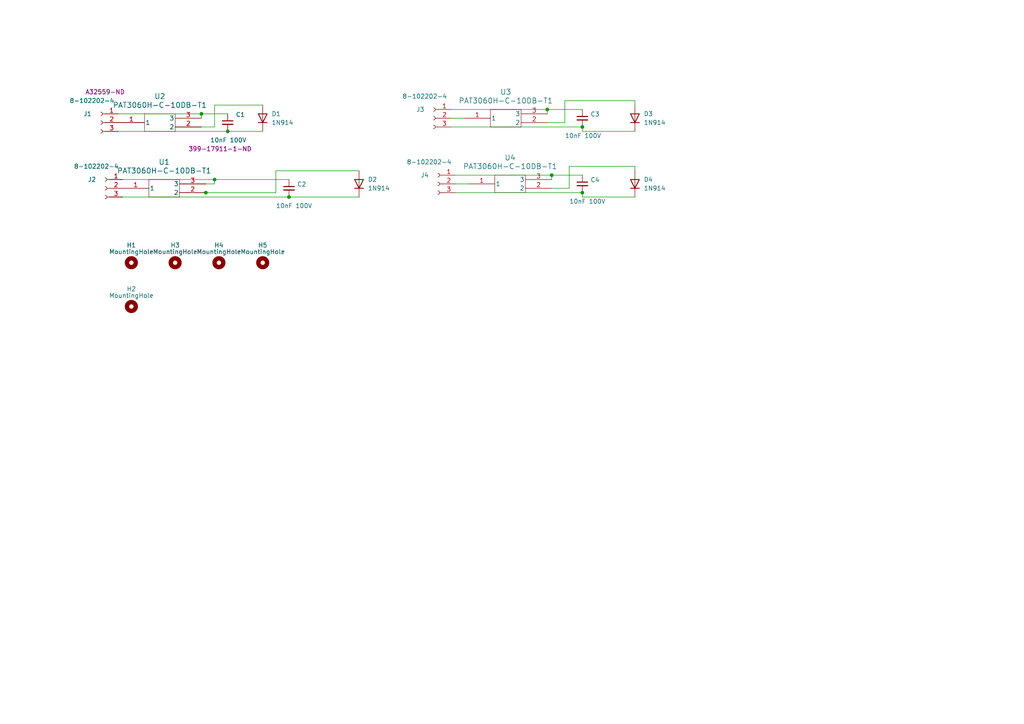
<source format=kicad_sch>
(kicad_sch (version 20230121) (generator eeschema)
  (paper "A4")
  (lib_symbols
    (symbol "2023-06-21_15-02-27:PAT3060H-C-10DB-T1" (pin_names (offset 0.254))
      (property "Reference" "U" (at 20.32 10.16 0))
      (property "Value" "PAT3060H-C-10DB-T1" (at 20.32 7.62 0))
      (symbol "PAT3060H-C-10DB-T1_0_1"
        (polyline (pts (xy 7.62 -2.54) (xy 16.51 -2.54)) (stroke (width 0.127)))
        (polyline (pts (xy 7.62 2.54) (xy 7.62 -2.54)) (stroke (width 0.127)))
        (polyline (pts (xy 16.51 -2.54) (xy 16.51 2.54)) (stroke (width 0.127)))
        (polyline (pts (xy 16.51 2.54) (xy 7.62 2.54)) (stroke (width 0.127)))
        (pin unspecified line (at 0 0 0) (length 7.62) (name "1") (number "1"))
        (pin unspecified line (at 24.13 -1.27 180) (length 7.62) (name "2") (number "2"))
        (pin unspecified line (at 24.13 1.27 180) (length 7.62) (name "3") (number "3"))
      )
    )
    (symbol "Connector:Conn_01x03_Female" (pin_names (offset 1.016) hide)
      (property "Reference" "J" (at 0 5.08 0))
      (property "Value" "Conn_01x03_Female" (at 0 -5.08 0))
      (symbol "Conn_01x03_Female_1_1"
        (arc (start 0 -2.032) (mid -0.5058 -2.54) (end 0 -3.048) (stroke (width 0.1524)))
        (polyline (pts (xy -1.27 -2.54) (xy -0.508 -2.54)) (stroke (width 0.1524)))
        (polyline (pts (xy -1.27 0) (xy -0.508 0)) (stroke (width 0.1524)))
        (polyline (pts (xy -1.27 2.54) (xy -0.508 2.54)) (stroke (width 0.1524)))
        (arc (start 0 0.508) (mid -0.5058 0) (end 0 -0.508) (stroke (width 0.1524)))
        (arc (start 0 3.048) (mid -0.5058 2.54) (end 0 2.032) (stroke (width 0.1524)))
        (pin passive line (at -5.08 2.54 0) (length 3.81) (name "Pin_1") (number "1"))
        (pin passive line (at -5.08 0 0) (length 3.81) (name "Pin_2") (number "2"))
        (pin passive line (at -5.08 -2.54 0) (length 3.81) (name "Pin_3") (number "3"))
      )
    )
    (symbol "Device:C_Small" (pin_numbers hide) (pin_names (offset 0.254) hide)
      (property "Reference" "C" (at 0.254 1.778 0))
      (property "Value" "C_Small" (at 0.254 -2.032 0))
      (symbol "C_Small_0_1"
        (polyline (pts (xy -1.524 -0.508) (xy 1.524 -0.508)) (stroke (width 0.3302)))
        (polyline (pts (xy -1.524 0.508) (xy 1.524 0.508)) (stroke (width 0.3048)))
      )
      (symbol "C_Small_1_1"
        (pin passive line (at 0 2.54 270) (length 2.032) (name "~") (number "1"))
        (pin passive line (at 0 -2.54 90) (length 2.032) (name "~") (number "2"))
      )
    )
    (symbol "Diode:1N914" (pin_numbers hide) (pin_names hide)
      (property "Reference" "D" (at 0 2.54 0))
      (property "Value" "1N914" (at 0 -2.54 0))
      (symbol "1N914_0_1"
        (polyline (pts (xy -1.27 1.27) (xy -1.27 -1.27)) (stroke (width 0.254)))
        (polyline (pts (xy 1.27 0) (xy -1.27 0)))
        (polyline (pts (xy 1.27 1.27) (xy 1.27 -1.27) (xy -1.27 0) (xy 1.27 1.27)) (stroke (width 0.254)))
      )
      (symbol "1N914_1_1"
        (pin passive line (at -3.81 0 0) (length 2.54) (name "K") (number "1"))
        (pin passive line (at 3.81 0 180) (length 2.54) (name "A") (number "2"))
      )
    )
    (symbol "Mechanical:MountingHole" (pin_names (offset 1.016))
      (property "Reference" "H" (at 0 5.08 0))
      (property "Value" "MountingHole" (at 0 3.175 0))
      (symbol "MountingHole_0_1"
        (circle (center 0 0) (radius 1.27) (stroke (width 1.27)))
      )
    )
  )
  (junction (at 158.75 31.75))
  (junction (at 59.69 55.88))
  (junction (at 168.91 36.83))
  (junction (at 168.91 55.88))
  (junction (at 62.23 52.07))
  (junction (at 66.04 38.1))
  (junction (at 160.02 50.8))
  (junction (at 83.82 57.15))
  (junction (at 58.42 33.02))
  (wire (pts (xy 80.01 49.53) (xy 80.01 55.88)))
  (wire (pts (xy 66.04 38.1) (xy 76.2 38.1)))
  (wire (pts (xy 165.1 54.61) (xy 165.1 48.26)))
  (wire (pts (xy 163.83 29.21) (xy 184.15 29.21)))
  (wire (pts (xy 80.01 49.53) (xy 104.14 49.53)))
  (wire (pts (xy 58.42 55.88) (xy 59.69 55.88)))
  (wire (pts (xy 58.42 33.02) (xy 58.42 34.29)))
  (wire (pts (xy 160.02 54.61) (xy 165.1 54.61)))
  (wire (pts (xy 160.02 50.8) (xy 168.91 50.8)))
  (wire (pts (xy 58.42 36.83) (xy 62.23 36.83)))
  (wire (pts (xy 163.83 35.56) (xy 163.83 29.21)))
  (wire (pts (xy 168.91 57.15) (xy 168.91 55.88)))
  (wire (pts (xy 158.75 31.75) (xy 158.75 33.02)))
  (wire (pts (xy 35.56 57.15) (xy 83.82 57.15)))
  (wire (pts (xy 58.42 33.02) (xy 66.04 33.02)))
  (wire (pts (xy 62.23 53.34) (xy 62.23 52.07)))
  (wire (pts (xy 132.08 53.34) (xy 135.89 53.34)))
  (wire (pts (xy 168.91 38.1) (xy 168.91 36.83)))
  (wire (pts (xy 59.69 53.34) (xy 62.23 53.34)))
  (wire (pts (xy 62.23 30.48) (xy 76.2 30.48)))
  (wire (pts (xy 158.75 35.56) (xy 163.83 35.56)))
  (wire (pts (xy 165.1 48.26) (xy 184.15 48.26)))
  (wire (pts (xy 35.56 52.07) (xy 62.23 52.07)))
  (wire (pts (xy 160.02 50.8) (xy 160.02 52.07)))
  (wire (pts (xy 130.81 31.75) (xy 158.75 31.75)))
  (wire (pts (xy 132.08 55.88) (xy 168.91 55.88)))
  (wire (pts (xy 59.69 55.88) (xy 80.01 55.88)))
  (wire (pts (xy 83.82 57.15) (xy 104.14 57.15)))
  (wire (pts (xy 130.81 34.29) (xy 134.62 34.29)))
  (wire (pts (xy 62.23 36.83) (xy 62.23 30.48)))
  (wire (pts (xy 184.15 38.1) (xy 168.91 38.1)))
  (wire (pts (xy 130.81 36.83) (xy 168.91 36.83)))
  (wire (pts (xy 184.15 29.21) (xy 184.15 30.48)))
  (wire (pts (xy 62.23 52.07) (xy 83.82 52.07)))
  (wire (pts (xy 34.29 33.02) (xy 58.42 33.02)))
  (wire (pts (xy 184.15 48.26) (xy 184.15 49.53)))
  (wire (pts (xy 158.75 31.75) (xy 168.91 31.75)))
  (wire (pts (xy 34.29 38.1) (xy 66.04 38.1)))
  (wire (pts (xy 184.15 57.15) (xy 168.91 57.15)))
  (wire (pts (xy 132.08 50.8) (xy 160.02 50.8)))
  (symbol (lib_id "Connector:Conn_01x03_Female") (at 29.21 35.56 0) (mirror y) (unit 1)
    (property "Reference" "J1" (at 25.4 33.02 0))
    (property "Value" "8-102202-4" (at 26.67 29.21 0))
    (property "Footprint" "Connector_PinHeader_2.54mm:PinHeader_1x03_P2.54mm_Vertical" (effects hide))
    (property "DigiKey" "A32559-ND" (at 30.48 26.67 0))
  )
  (symbol (lib_id "Device:C_Small") (at 66.04 35.56 0) (unit 1)
    (property "Reference" "C1" (at 68.3768 33.2486 0) (effects (justify left)))
    (property "Value" "10nF 100V" (at 60.96 40.64 0) (effects (justify left)))
    (property "Footprint" "Capacitor_SMD:C_1206_3216Metric_Pad1.33x1.80mm_HandSolder" (effects hide))
    (property "DigiKey" "399-17911-1-ND" (at 54.61 43.18 0) (effects (justify left)))
  )
  (symbol (lib_id "Connector:Conn_01x03_Female") (at 125.73 34.29 0) (mirror y) (unit 1)
    (property "Reference" "J3" (at 121.92 31.75 0))
    (property "Value" "8-102202-4" (at 123.19 27.94 0))
    (property "Footprint" "Connector_PinHeader_2.54mm:PinHeader_1x03_P2.54mm_Vertical" (effects hide))
    (property "DigiKey" "A32559-ND" (effects hide))
  )
  (symbol (lib_id "Device:C_Small") (at 168.91 34.29 0) (unit 1)
    (property "Reference" "C3" (at 171.2468 33.1216 0) (effects (justify left)))
    (property "Value" "10nF 100V" (at 163.83 39.37 0) (effects (justify left)))
    (property "Footprint" "Capacitor_SMD:C_1206_3216Metric_Pad1.33x1.80mm_HandSolder" (effects hide))
    (property "DigiKey" "399-17911-1-ND" (effects hide))
  )
  (symbol (lib_id "Connector:Conn_01x03_Female") (at 30.48 54.61 0) (mirror y) (unit 1)
    (property "Reference" "J2" (at 26.67 52.07 0))
    (property "Value" "8-102202-4" (at 27.94 48.26 0))
    (property "Footprint" "Connector_PinHeader_2.54mm:PinHeader_1x03_P2.54mm_Vertical" (effects hide))
    (property "DigiKey" "A32559-ND" (effects hide))
  )
  (symbol (lib_id "Device:C_Small") (at 83.82 54.61 0) (unit 1)
    (property "Reference" "C2" (at 86.1568 53.4416 0) (effects (justify left)))
    (property "Value" "10nF 100V" (at 80.01 59.69 0) (effects (justify left)))
    (property "Footprint" "Capacitor_SMD:C_1206_3216Metric_Pad1.33x1.80mm_HandSolder" (effects hide))
    (property "DigiKey" "399-17911-1-ND" (effects hide))
  )
  (symbol (lib_id "Connector:Conn_01x03_Female") (at 127 53.34 0) (mirror y) (unit 1)
    (property "Reference" "J4" (at 123.19 50.8 0))
    (property "Value" "8-102202-4" (at 124.46 46.99 0))
    (property "Footprint" "Connector_PinHeader_2.54mm:PinHeader_1x03_P2.54mm_Vertical" (effects hide))
    (property "DigiKey" "A32559-ND" (effects hide))
  )
  (symbol (lib_id "Device:C_Small") (at 168.91 53.34 0) (unit 1)
    (property "Reference" "C4" (at 171.2468 52.1716 0) (effects (justify left)))
    (property "Value" "10nF 100V" (at 165.1 58.42 0) (effects (justify left)))
    (property "Footprint" "Capacitor_SMD:C_1206_3216Metric_Pad1.33x1.80mm_HandSolder" (effects hide))
    (property "DigiKey" "399-17911-1-ND" (effects hide))
  )
  (symbol (lib_id "Mechanical:MountingHole") (at 38.1 76.2 0) (unit 1)
    (property "Reference" "H1" (at 38.1 71.12 0))
    (property "Value" "MountingHole" (at 38.1 73.025 0))
    (property "Footprint" "quad_sipm:MountingHole_6.4_pad" (effects hide))
  )
  (symbol (lib_id "Mechanical:MountingHole") (at 50.8 76.2 0) (unit 1)
    (property "Reference" "H3" (at 50.8 71.12 0))
    (property "Value" "MountingHole" (at 50.8 73.025 0))
    (property "Footprint" "quad_sipm:MountingHole_6.4_pad" (effects hide))
  )
  (symbol (lib_id "Mechanical:MountingHole") (at 63.5 76.2 0) (unit 1)
    (property "Reference" "H4" (at 63.5 71.12 0))
    (property "Value" "MountingHole" (at 63.5 73.025 0))
    (property "Footprint" "quad_sipm:MountingHole_6.4_pad" (effects hide))
  )
  (symbol (lib_id "Mechanical:MountingHole") (at 76.2 76.2 0) (unit 1)
    (property "Reference" "H5" (at 76.2 71.12 0))
    (property "Value" "MountingHole" (at 76.2 73.025 0))
    (property "Footprint" "quad_sipm:MountingHole_6.4_pad" (effects hide))
  )
  (symbol (lib_id "Mechanical:MountingHole") (at 38.1 88.9 0) (unit 1)
    (property "Reference" "H2" (at 38.1 83.82 0))
    (property "Value" "MountingHole" (at 38.1 85.725 0))
    (property "Footprint" "quad_sipm:MountingHole_8.4mm_M8_Pad" (effects hide))
  )
  (symbol (lib_id "Diode:1N914") (at 104.14 53.34 90) (unit 1)
    (property "Reference" "D2" (at 106.68 52.07 90) (effects (justify right)))
    (property "Value" "1N914" (at 106.68 54.61 90) (effects (justify right)))
    (property "Footprint" "Diode_THT:S13360-6025CS" (effects hide))
    (property "Datasheet" "http://www.vishay.com/docs/85622/1n914.pdf" (effects hide))
    (property "Sim.Device" "D" (effects hide))
    (property "Sim.Pins" "1=K 2=A" (effects hide))
  )
  (symbol (lib_id "2023-06-21_15-02-27:PAT3060H-C-10DB-T1") (at 35.56 54.61 0) (unit 1)
    (property "Reference" "U1" (at 47.625 46.99 0) (effects (font (size 1.524 1.524))))
    (property "Value" "PAT3060H-C-10DB-T1" (at 47.625 49.53 0) (effects (font (size 1.524 1.524))))
    (property "Footprint" "quad_sipm:PAT3060H_SUS" (effects hide))
    (property "Datasheet" "PAT3060H-C-10DB-T1" (effects hide))
  )
  (symbol (lib_id "Diode:1N914") (at 76.2 34.29 90) (unit 1)
    (property "Reference" "D1" (at 78.74 33.02 90) (effects (justify right)))
    (property "Value" "1N914" (at 78.74 35.56 90) (effects (justify right)))
    (property "Footprint" "Diode_THT:S13360-6025CS" (effects hide))
    (property "Datasheet" "http://www.vishay.com/docs/85622/1n914.pdf" (effects hide))
    (property "Sim.Device" "D" (effects hide))
    (property "Sim.Pins" "1=K 2=A" (effects hide))
  )
  (symbol (lib_id "Diode:1N914") (at 184.15 34.29 90) (unit 1)
    (property "Reference" "D3" (at 186.69 33.02 90) (effects (justify right)))
    (property "Value" "1N914" (at 186.69 35.56 90) (effects (justify right)))
    (property "Footprint" "Diode_THT:S13360-6025CS" (effects hide))
    (property "Datasheet" "http://www.vishay.com/docs/85622/1n914.pdf" (effects hide))
    (property "Sim.Device" "D" (effects hide))
    (property "Sim.Pins" "1=K 2=A" (effects hide))
  )
  (symbol (lib_id "2023-06-21_15-02-27:PAT3060H-C-10DB-T1") (at 34.29 35.56 0) (unit 1)
    (property "Reference" "U2" (at 46.355 27.94 0) (effects (font (size 1.524 1.524))))
    (property "Value" "PAT3060H-C-10DB-T1" (at 46.355 30.48 0) (effects (font (size 1.524 1.524))))
    (property "Footprint" "quad_sipm:PAT3060H_SUS" (effects hide))
    (property "Datasheet" "PAT3060H-C-10DB-T1" (effects hide))
  )
  (symbol (lib_id "Diode:1N914") (at 184.15 53.34 90) (unit 1)
    (property "Reference" "D4" (at 186.69 52.07 90) (effects (justify right)))
    (property "Value" "1N914" (at 186.69 54.61 90) (effects (justify right)))
    (property "Footprint" "Diode_THT:S13360-6025CS" (effects hide))
    (property "Datasheet" "http://www.vishay.com/docs/85622/1n914.pdf" (effects hide))
    (property "Sim.Device" "D" (effects hide))
    (property "Sim.Pins" "1=K 2=A" (effects hide))
  )
  (symbol (lib_id "2023-06-21_15-02-27:PAT3060H-C-10DB-T1") (at 135.89 53.34 0) (unit 1)
    (property "Reference" "U4" (at 147.955 45.72 0) (effects (font (size 1.524 1.524))))
    (property "Value" "PAT3060H-C-10DB-T1" (at 147.955 48.26 0) (effects (font (size 1.524 1.524))))
    (property "Footprint" "quad_sipm:PAT3060H_SUS" (effects hide))
    (property "Datasheet" "PAT3060H-C-10DB-T1" (effects hide))
  )
  (symbol (lib_id "2023-06-21_15-02-27:PAT3060H-C-10DB-T1") (at 134.62 34.29 0) (unit 1)
    (property "Reference" "U3" (at 146.685 26.67 0) (effects (font (size 1.524 1.524))))
    (property "Value" "PAT3060H-C-10DB-T1" (at 146.685 29.21 0) (effects (font (size 1.524 1.524))))
    (property "Footprint" "quad_sipm:PAT3060H_SUS" (effects hide))
    (property "Datasheet" "PAT3060H-C-10DB-T1" (effects hide))
  )
)
</source>
